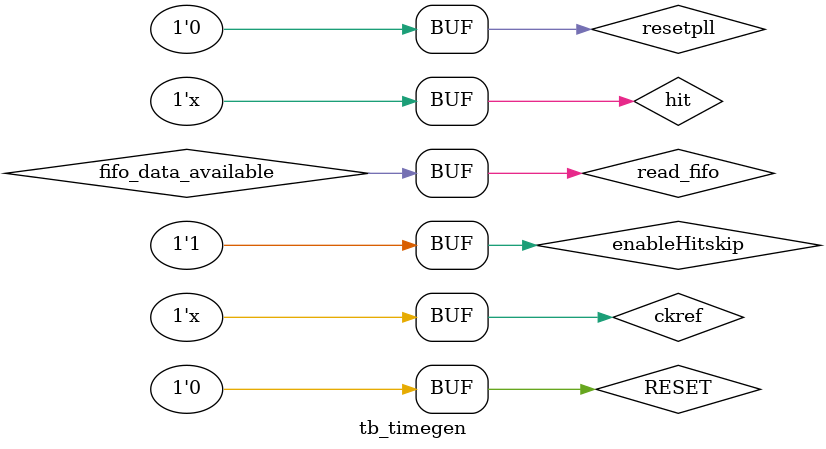
<source format=v>
`timescale 100ps / 1ps


module tb_timegen;

	// Inputs
	reg ckref;
	reg RESET;
	reg hit;
	reg resetpll;
	reg enableHitskip;
	// Outputs
   wire fifo_data_available;
	wire read_fifo,SYSCLK;
	assign read_fifo=fifo_data_available;
	wire [7:0] fifo_dout;
	

	// Instantiate the Unit Under Test (UUT)
	timegen uut (
		.ckref(ckref), 
		.RESET(RESET),
		.resetpll(resetpll),
		.hit_in(hit),
		.fifo_data_available(fifo_data_available),
		.read_fifo(read_fifo),
		.fifo_dout(fifo_dout),
		.SYSCLK(SYSCLK),
		.enableHitskip(enableHitskip)
	);

	initial begin
		// Initialize Inputs

		ckref = 0;
		RESET = 0;
		hit=0;
		enableHitskip=1;
		resetpll=1;
		#100 resetpll=0;
		#100 RESET = 1;
		#5000 RESET = 0;
		// Wait 100 ns for global reset to finish
		#1000;
        
		// Add stimulus here

	end
	

	always
		#125 ckref = ~ckref;
		
	always
		#124 hit = ~hit;
		

		
      
endmodule


</source>
